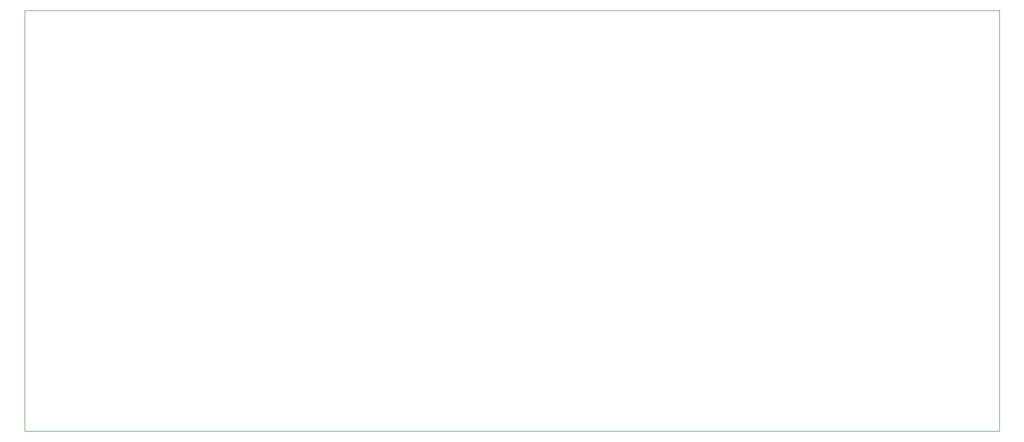
<source format=gbr>
%TF.GenerationSoftware,KiCad,Pcbnew,8.0.3*%
%TF.CreationDate,2024-11-25T10:27:06+01:00*%
%TF.ProjectId,Teensy Board,5465656e-7379-4204-926f-6172642e6b69,rev?*%
%TF.SameCoordinates,Original*%
%TF.FileFunction,Profile,NP*%
%FSLAX46Y46*%
G04 Gerber Fmt 4.6, Leading zero omitted, Abs format (unit mm)*
G04 Created by KiCad (PCBNEW 8.0.3) date 2024-11-25 10:27:06*
%MOMM*%
%LPD*%
G01*
G04 APERTURE LIST*
%TA.AperFunction,Profile*%
%ADD10C,0.100000*%
%TD*%
G04 APERTURE END LIST*
D10*
X26500000Y-62000000D02*
X184000000Y-62000000D01*
X184000000Y-130000000D01*
X26500000Y-130000000D01*
X26500000Y-62000000D01*
M02*

</source>
